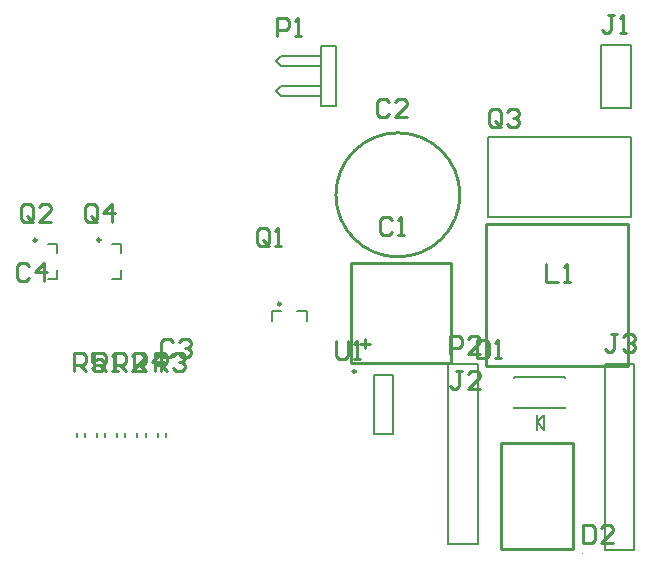
<source format=gto>
G04 Layer_Color=65535*
%FSLAX44Y44*%
%MOMM*%
G71*
G01*
G75*
%ADD23C,0.2540*%
%ADD31C,0.2500*%
%ADD32C,0.1000*%
%ADD33C,0.2000*%
D23*
X27500Y-261000D02*
X36500D01*
X32500Y-265000D02*
Y-257000D01*
X20000Y-277500D02*
Y-192500D01*
X105000D01*
Y-277500D02*
Y-192500D01*
X20000Y-277500D02*
X105000D01*
X135000Y-280000D02*
Y-160000D01*
Y-280000D02*
X255000D01*
Y-160000D01*
X135000D02*
X255000D01*
X147000Y-435000D02*
Y-345000D01*
X208500D01*
Y-435000D02*
Y-345000D01*
X147000Y-435000D02*
X208500D01*
X-252303Y-195124D02*
X-254842Y-192585D01*
X-259921D01*
X-262460Y-195124D01*
Y-205281D01*
X-259921Y-207820D01*
X-254842D01*
X-252303Y-205281D01*
X-239607Y-207820D02*
Y-192585D01*
X-247225Y-200202D01*
X-237068D01*
X-214269Y-284519D02*
Y-269284D01*
X-206651D01*
X-204112Y-271823D01*
Y-276901D01*
X-206651Y-279441D01*
X-214269D01*
X-209191D02*
X-204112Y-284519D01*
X-188877Y-269284D02*
X-199034D01*
Y-276901D01*
X-193956Y-274362D01*
X-191416D01*
X-188877Y-276901D01*
Y-281980D01*
X-191416Y-284519D01*
X-196495D01*
X-199034Y-281980D01*
X-163029Y-284519D02*
Y-269284D01*
X-155412D01*
X-152872Y-271823D01*
Y-276901D01*
X-155412Y-279441D01*
X-163029D01*
X-157951D02*
X-152872Y-284519D01*
X-140176D02*
Y-269284D01*
X-147794Y-276901D01*
X-137637D01*
X-145949Y-284519D02*
Y-269284D01*
X-138331D01*
X-135792Y-271823D01*
Y-276901D01*
X-138331Y-279441D01*
X-145949D01*
X-140871D02*
X-135792Y-284519D01*
X-130714Y-271823D02*
X-128175Y-269284D01*
X-123096D01*
X-120557Y-271823D01*
Y-274362D01*
X-123096Y-276901D01*
X-125636D01*
X-123096D01*
X-120557Y-279441D01*
Y-281980D01*
X-123096Y-284519D01*
X-128175D01*
X-130714Y-281980D01*
X-180109Y-284519D02*
Y-269284D01*
X-172491D01*
X-169952Y-271823D01*
Y-276901D01*
X-172491Y-279441D01*
X-180109D01*
X-175031D02*
X-169952Y-284519D01*
X-154717D02*
X-164874D01*
X-154717Y-274362D01*
Y-271823D01*
X-157256Y-269284D01*
X-162335D01*
X-164874Y-271823D01*
X-197189Y-284519D02*
Y-269284D01*
X-189571D01*
X-187032Y-271823D01*
Y-276901D01*
X-189571Y-279441D01*
X-197189D01*
X-192111D02*
X-187032Y-284519D01*
X-181954D02*
X-176876D01*
X-179415D01*
Y-269284D01*
X-181954Y-271823D01*
X-194464Y-155300D02*
Y-145143D01*
X-197003Y-142604D01*
X-202082D01*
X-204621Y-145143D01*
Y-155300D01*
X-202082Y-157839D01*
X-197003D01*
X-199543Y-152761D02*
X-194464Y-157839D01*
X-197003D02*
X-194464Y-155300D01*
X-181768Y-157839D02*
Y-142604D01*
X-189386Y-150221D01*
X-179229D01*
X147715Y-74719D02*
Y-64562D01*
X145176Y-62023D01*
X140097D01*
X137558Y-64562D01*
Y-74719D01*
X140097Y-77258D01*
X145176D01*
X142636Y-72180D02*
X147715Y-77258D01*
X145176D02*
X147715Y-74719D01*
X152793Y-64562D02*
X155332Y-62023D01*
X160411D01*
X162950Y-64562D01*
Y-67101D01*
X160411Y-69640D01*
X157871D01*
X160411D01*
X162950Y-72180D01*
Y-74719D01*
X160411Y-77258D01*
X155332D01*
X152793Y-74719D01*
X-248544Y-155300D02*
Y-145143D01*
X-251084Y-142604D01*
X-256162D01*
X-258701Y-145143D01*
Y-155300D01*
X-256162Y-157839D01*
X-251084D01*
X-253623Y-152761D02*
X-248544Y-157839D01*
X-251084D02*
X-248544Y-155300D01*
X-233309Y-157839D02*
X-243466D01*
X-233309Y-147682D01*
Y-145143D01*
X-235848Y-142604D01*
X-240927D01*
X-243466Y-145143D01*
X-48894Y-176108D02*
Y-165951D01*
X-51434Y-163412D01*
X-56512D01*
X-59051Y-165951D01*
Y-176108D01*
X-56512Y-178647D01*
X-51434D01*
X-53973Y-173569D02*
X-48894Y-178647D01*
X-51434D02*
X-48894Y-176108D01*
X-43816Y-178647D02*
X-38738D01*
X-41277D01*
Y-163412D01*
X-43816Y-165951D01*
X103951Y-270091D02*
Y-254856D01*
X111568D01*
X114108Y-257395D01*
Y-262474D01*
X111568Y-265013D01*
X103951D01*
X129343Y-270091D02*
X119186D01*
X129343Y-259934D01*
Y-257395D01*
X126804Y-254856D01*
X121725D01*
X119186Y-257395D01*
X245592Y-252892D02*
X240513D01*
X243053D01*
Y-265588D01*
X240513Y-268127D01*
X237974D01*
X235435Y-265588D01*
X250670Y-255431D02*
X253209Y-252892D01*
X258288D01*
X260827Y-255431D01*
Y-257970D01*
X258288Y-260509D01*
X255748D01*
X258288D01*
X260827Y-263049D01*
Y-265588D01*
X258288Y-268127D01*
X253209D01*
X250670Y-265588D01*
X114444Y-283814D02*
X109365D01*
X111904D01*
Y-296510D01*
X109365Y-299049D01*
X106826D01*
X104287Y-296510D01*
X129679Y-299049D02*
X119522D01*
X129679Y-288892D01*
Y-286353D01*
X127140Y-283814D01*
X122061D01*
X119522Y-286353D01*
X216507Y-414864D02*
Y-430099D01*
X224125D01*
X226664Y-427560D01*
Y-417403D01*
X224125Y-414864D01*
X216507D01*
X241899Y-430099D02*
X231742D01*
X241899Y-419942D01*
Y-417403D01*
X239360Y-414864D01*
X234281D01*
X231742Y-417403D01*
X-130142Y-259885D02*
X-132682Y-257346D01*
X-137760D01*
X-140299Y-259885D01*
Y-270042D01*
X-137760Y-272581D01*
X-132682D01*
X-130142Y-270042D01*
X-125064Y-259885D02*
X-122525Y-257346D01*
X-117446D01*
X-114907Y-259885D01*
Y-262424D01*
X-117446Y-264963D01*
X-119986D01*
X-117446D01*
X-114907Y-267502D01*
Y-270042D01*
X-117446Y-272581D01*
X-122525D01*
X-125064Y-270042D01*
X52758Y-56645D02*
X50219Y-54106D01*
X45140D01*
X42601Y-56645D01*
Y-66802D01*
X45140Y-69341D01*
X50219D01*
X52758Y-66802D01*
X67993Y-69341D02*
X57836D01*
X67993Y-59184D01*
Y-56645D01*
X65454Y-54106D01*
X60375D01*
X57836Y-56645D01*
X55258Y-156645D02*
X52719Y-154106D01*
X47640D01*
X45101Y-156645D01*
Y-166802D01*
X47640Y-169341D01*
X52719D01*
X55258Y-166802D01*
X60336Y-169341D02*
X65414D01*
X62875D01*
Y-154106D01*
X60336Y-156645D01*
X127344Y-258183D02*
Y-273418D01*
X134962D01*
X137501Y-270879D01*
Y-260722D01*
X134962Y-258183D01*
X127344D01*
X142579Y-273418D02*
X147657D01*
X145118D01*
Y-258183D01*
X142579Y-260722D01*
X242584Y17138D02*
X237505D01*
X240044D01*
Y4442D01*
X237505Y1903D01*
X234966D01*
X232427Y4442D01*
X247662Y1903D02*
X252740D01*
X250201D01*
Y17138D01*
X247662Y14599D01*
X185475Y-193208D02*
Y-208443D01*
X195632D01*
X200710D02*
X205788D01*
X203249D01*
Y-193208D01*
X200710Y-195747D01*
X-42058Y-678D02*
Y14557D01*
X-34440D01*
X-31901Y12018D01*
Y6939D01*
X-34440Y4400D01*
X-42058D01*
X-26823Y-678D02*
X-21744D01*
X-24284D01*
Y14557D01*
X-26823Y12018D01*
X7749Y-259038D02*
Y-271734D01*
X10288Y-274273D01*
X15366D01*
X17906Y-271734D01*
Y-259038D01*
X22984Y-274273D02*
X28062D01*
X25523D01*
Y-259038D01*
X22984Y-261577D01*
D31*
X-191880Y-173240D02*
G03*
X-191880Y-173240I-1250J0D01*
G01*
X-245960Y-173240D02*
G03*
X-245960Y-173240I-1250J0D01*
G01*
X112500Y-135000D02*
G03*
X112500Y-135000I-52500J0D01*
G01*
X24250Y-284450D02*
G03*
X24250Y-284450I-1250J0D01*
G01*
X-39250Y-227250D02*
G03*
X-39250Y-227250I-1250J0D01*
G01*
D32*
X216430Y-438490D02*
G03*
X216430Y-438490I-500J0D01*
G01*
D33*
X-182380Y-176240D02*
X-174380D01*
Y-184240D02*
Y-176240D01*
X-182380Y-206240D02*
X-174380D01*
Y-198240D01*
X-236460Y-176240D02*
X-228460D01*
Y-184240D02*
Y-176240D01*
X-236460Y-206240D02*
X-228460D01*
Y-198240D01*
X-211800Y-340240D02*
Y-336240D01*
X-204800Y-340240D02*
Y-336240D01*
X-160560Y-340240D02*
Y-336240D01*
X-153560Y-340240D02*
Y-336240D01*
X-143480Y-340240D02*
Y-336240D01*
X-136480Y-340240D02*
Y-336240D01*
X-177640Y-340240D02*
Y-336240D01*
X-170640Y-340240D02*
Y-336240D01*
X-194720Y-340240D02*
Y-336240D01*
X-187720Y-340240D02*
Y-336240D01*
X235450Y-435650D02*
X259550D01*
Y-278150D01*
X235450D02*
X259550D01*
X235450Y-435650D02*
Y-278150D01*
X102300Y-278600D02*
X127700D01*
X102300Y-431000D02*
X127700D01*
X102300D02*
Y-278600D01*
X127700Y-431000D02*
Y-278600D01*
X-5400Y-60200D02*
Y-9400D01*
Y-60200D02*
X7300D01*
X-5400Y-9400D02*
X7300D01*
Y-60200D02*
Y-9400D01*
X-39266Y-17867D02*
X-5400D01*
X-43500Y-22100D02*
X-39266Y-17867D01*
X-43500Y-22100D02*
X-39266Y-26334D01*
X-5400D01*
X-39266Y-43267D02*
X-5400D01*
X-43500Y-47500D02*
X-39266Y-43267D01*
X-43500Y-47500D02*
X-39266Y-51733D01*
X-5400D01*
X232300Y-61450D02*
X257700D01*
Y-8150D01*
X232300D02*
X257700D01*
X232300Y-61450D02*
Y-8150D01*
X39500Y-337500D02*
X55500D01*
X39500Y-287500D02*
X55500D01*
Y-337500D02*
Y-287500D01*
X39500Y-337500D02*
Y-287500D01*
X201500Y-290000D02*
Y-289480D01*
Y-315520D02*
Y-315000D01*
X158500Y-289475D02*
X201500D01*
X158500Y-315525D02*
X201500D01*
X158500Y-290000D02*
Y-289480D01*
Y-315520D02*
Y-315000D01*
X177731Y-333890D02*
Y-321190D01*
Y-327540D02*
X184081Y-333890D01*
X177731Y-327540D02*
X184081Y-321190D01*
Y-333890D02*
Y-321190D01*
X135908Y-153422D02*
X152926D01*
X135908D02*
Y-85858D01*
X257320D01*
Y-153422D02*
Y-85858D01*
X152672Y-153422D02*
X257320D01*
X-47000Y-241750D02*
Y-233750D01*
X-39000D01*
X-17000Y-241750D02*
Y-233750D01*
X-25000D02*
X-17000D01*
M02*

</source>
